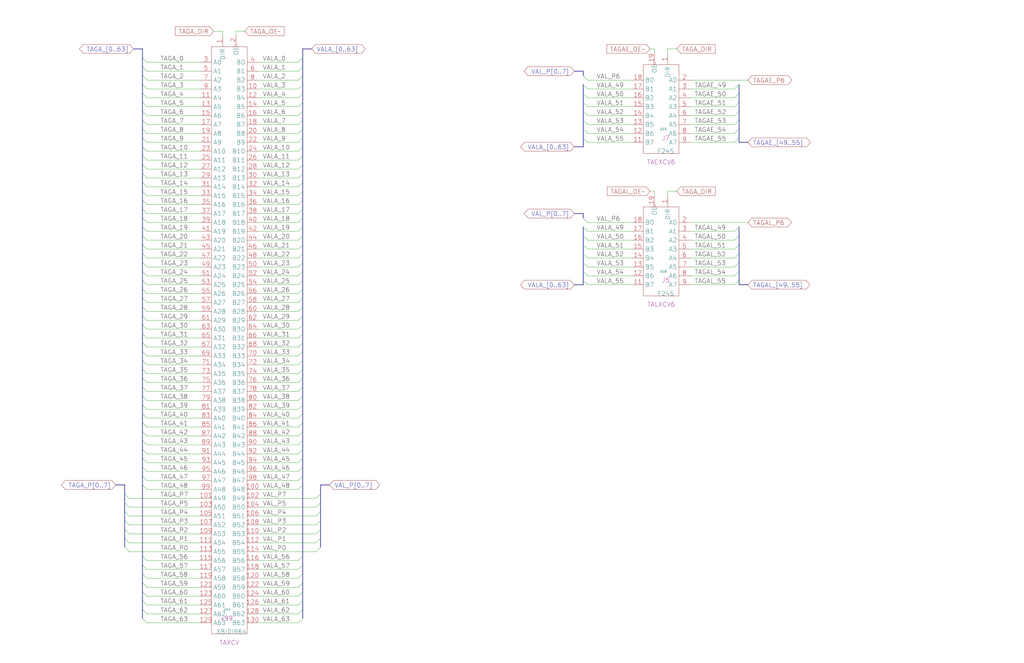
<source format=kicad_sch>
(kicad_sch (version 20230121) (generator eeschema)
  (paper "User" 584.2 378.46)
  (title_block (title "TAG A RAMS\\nTRANCEIVERS") (date "08-MAR-90") (rev "0.0") (comment 1 "MEM32 BOARD") (comment 2 "232-003066") (comment 3 "S400") (comment 4 "RELEASED"))
  (bus_entry (at 172.72 104.14) (size -2.54 2.54))
  (bus_entry (at 421.64 73.66) (size -2.54 2.54))
  (bus_entry (at 81.28 114.3) (size 2.54 2.54))
  (bus_entry (at 172.72 251.46) (size -2.54 2.54))
  (bus_entry (at 172.72 332.74) (size -2.54 2.54))
  (bus_entry (at 172.72 175.26) (size -2.54 2.54))
  (bus_entry (at 172.72 180.34) (size -2.54 2.54))
  (bus_entry (at 172.72 276.86) (size -2.54 2.54))
  (bus_entry (at 81.28 170.18) (size 2.54 2.54))
  (bus_entry (at 81.28 38.1) (size 2.54 2.54))
  (bus_entry (at 172.72 220.98) (size -2.54 2.54))
  (bus_entry (at 81.28 63.5) (size 2.54 2.54))
  (bus_entry (at 421.64 139.7) (size -2.54 2.54))
  (bus_entry (at 81.28 200.66) (size 2.54 2.54))
  (bus_entry (at 421.64 149.86) (size -2.54 2.54))
  (bus_entry (at 172.72 241.3) (size -2.54 2.54))
  (bus_entry (at 172.72 119.38) (size -2.54 2.54))
  (bus_entry (at 81.28 322.58) (size 2.54 2.54))
  (bus_entry (at 81.28 276.86) (size 2.54 2.54))
  (bus_entry (at 81.28 134.62) (size 2.54 2.54))
  (bus_entry (at 81.28 241.3) (size 2.54 2.54))
  (bus_entry (at 332.74 134.62) (size 2.54 2.54))
  (bus_entry (at 172.72 195.58) (size -2.54 2.54))
  (bus_entry (at 81.28 68.58) (size 2.54 2.54))
  (bus_entry (at 172.72 58.42) (size -2.54 2.54))
  (bus_entry (at 332.74 58.42) (size 2.54 2.54))
  (bus_entry (at 421.64 78.74) (size -2.54 2.54))
  (bus_entry (at 172.72 83.82) (size -2.54 2.54))
  (bus_entry (at 81.28 154.94) (size 2.54 2.54))
  (bus_entry (at 421.64 53.34) (size -2.54 2.54))
  (bus_entry (at 172.72 124.46) (size -2.54 2.54))
  (bus_entry (at 81.28 342.9) (size 2.54 2.54))
  (bus_entry (at 81.28 139.7) (size 2.54 2.54))
  (bus_entry (at 172.72 347.98) (size -2.54 2.54))
  (bus_entry (at 81.28 109.22) (size 2.54 2.54))
  (bus_entry (at 172.72 48.26) (size -2.54 2.54))
  (bus_entry (at 81.28 256.54) (size 2.54 2.54))
  (bus_entry (at 172.72 205.74) (size -2.54 2.54))
  (bus_entry (at 332.74 144.78) (size 2.54 2.54))
  (bus_entry (at 172.72 78.74) (size -2.54 2.54))
  (bus_entry (at 172.72 353.06) (size -2.54 2.54))
  (bus_entry (at 81.28 160.02) (size 2.54 2.54))
  (bus_entry (at 421.64 68.58) (size -2.54 2.54))
  (bus_entry (at 172.72 149.86) (size -2.54 2.54))
  (bus_entry (at 172.72 68.58) (size -2.54 2.54))
  (bus_entry (at 81.28 210.82) (size 2.54 2.54))
  (bus_entry (at 81.28 149.86) (size 2.54 2.54))
  (bus_entry (at 172.72 93.98) (size -2.54 2.54))
  (bus_entry (at 172.72 88.9) (size -2.54 2.54))
  (bus_entry (at 172.72 185.42) (size -2.54 2.54))
  (bus_entry (at 81.28 327.66) (size 2.54 2.54))
  (bus_entry (at 81.28 175.26) (size 2.54 2.54))
  (bus_entry (at 81.28 124.46) (size 2.54 2.54))
  (bus_entry (at 81.28 33.02) (size 2.54 2.54))
  (bus_entry (at 332.74 73.66) (size 2.54 2.54))
  (bus_entry (at 81.28 332.74) (size 2.54 2.54))
  (bus_entry (at 71.12 297.18) (size 2.54 2.54))
  (bus_entry (at 172.72 200.66) (size -2.54 2.54))
  (bus_entry (at 172.72 190.5) (size -2.54 2.54))
  (bus_entry (at 81.28 119.38) (size 2.54 2.54))
  (bus_entry (at 172.72 53.34) (size -2.54 2.54))
  (bus_entry (at 172.72 342.9) (size -2.54 2.54))
  (bus_entry (at 172.72 38.1) (size -2.54 2.54))
  (bus_entry (at 421.64 160.02) (size -2.54 2.54))
  (bus_entry (at 81.28 337.82) (size 2.54 2.54))
  (bus_entry (at 332.74 63.5) (size 2.54 2.54))
  (bus_entry (at 332.74 160.02) (size 2.54 2.54))
  (bus_entry (at 81.28 215.9) (size 2.54 2.54))
  (bus_entry (at 172.72 322.58) (size -2.54 2.54))
  (bus_entry (at 71.12 287.02) (size 2.54 2.54))
  (bus_entry (at 172.72 337.82) (size -2.54 2.54))
  (bus_entry (at 182.88 281.94) (size -2.54 2.54))
  (bus_entry (at 182.88 287.02) (size -2.54 2.54))
  (bus_entry (at 81.28 205.74) (size 2.54 2.54))
  (bus_entry (at 332.74 53.34) (size 2.54 2.54))
  (bus_entry (at 71.12 302.26) (size 2.54 2.54))
  (bus_entry (at 81.28 236.22) (size 2.54 2.54))
  (bus_entry (at 81.28 104.14) (size 2.54 2.54))
  (bus_entry (at 172.72 134.62) (size -2.54 2.54))
  (bus_entry (at 421.64 134.62) (size -2.54 2.54))
  (bus_entry (at 182.88 307.34) (size -2.54 2.54))
  (bus_entry (at 81.28 165.1) (size 2.54 2.54))
  (bus_entry (at 81.28 48.26) (size 2.54 2.54))
  (bus_entry (at 172.72 215.9) (size -2.54 2.54))
  (bus_entry (at 182.88 297.18) (size -2.54 2.54))
  (bus_entry (at 81.28 195.58) (size 2.54 2.54))
  (bus_entry (at 81.28 317.5) (size 2.54 2.54))
  (bus_entry (at 332.74 149.86) (size 2.54 2.54))
  (bus_entry (at 81.28 185.42) (size 2.54 2.54))
  (bus_entry (at 172.72 165.1) (size -2.54 2.54))
  (bus_entry (at 81.28 73.66) (size 2.54 2.54))
  (bus_entry (at 81.28 144.78) (size 2.54 2.54))
  (bus_entry (at 172.72 246.38) (size -2.54 2.54))
  (bus_entry (at 332.74 48.26) (size 2.54 2.54))
  (bus_entry (at 332.74 124.46) (size 2.54 2.54))
  (bus_entry (at 81.28 78.74) (size 2.54 2.54))
  (bus_entry (at 172.72 129.54) (size -2.54 2.54))
  (bus_entry (at 81.28 88.9) (size 2.54 2.54))
  (bus_entry (at 172.72 210.82) (size -2.54 2.54))
  (bus_entry (at 172.72 109.22) (size -2.54 2.54))
  (bus_entry (at 182.88 292.1) (size -2.54 2.54))
  (bus_entry (at 172.72 256.54) (size -2.54 2.54))
  (bus_entry (at 81.28 226.06) (size 2.54 2.54))
  (bus_entry (at 81.28 220.98) (size 2.54 2.54))
  (bus_entry (at 172.72 231.14) (size -2.54 2.54))
  (bus_entry (at 172.72 170.18) (size -2.54 2.54))
  (bus_entry (at 421.64 129.54) (size -2.54 2.54))
  (bus_entry (at 421.64 154.94) (size -2.54 2.54))
  (bus_entry (at 182.88 312.42) (size -2.54 2.54))
  (bus_entry (at 172.72 114.3) (size -2.54 2.54))
  (bus_entry (at 421.64 58.42) (size -2.54 2.54))
  (bus_entry (at 81.28 83.82) (size 2.54 2.54))
  (bus_entry (at 81.28 129.54) (size 2.54 2.54))
  (bus_entry (at 172.72 327.66) (size -2.54 2.54))
  (bus_entry (at 332.74 68.58) (size 2.54 2.54))
  (bus_entry (at 172.72 99.06) (size -2.54 2.54))
  (bus_entry (at 81.28 43.18) (size 2.54 2.54))
  (bus_entry (at 421.64 144.78) (size -2.54 2.54))
  (bus_entry (at 421.64 63.5) (size -2.54 2.54))
  (bus_entry (at 172.72 266.7) (size -2.54 2.54))
  (bus_entry (at 421.64 48.26) (size -2.54 2.54))
  (bus_entry (at 81.28 271.78) (size 2.54 2.54))
  (bus_entry (at 81.28 231.14) (size 2.54 2.54))
  (bus_entry (at 81.28 353.06) (size 2.54 2.54))
  (bus_entry (at 332.74 139.7) (size 2.54 2.54))
  (bus_entry (at 81.28 261.62) (size 2.54 2.54))
  (bus_entry (at 81.28 58.42) (size 2.54 2.54))
  (bus_entry (at 71.12 281.94) (size 2.54 2.54))
  (bus_entry (at 332.74 78.74) (size 2.54 2.54))
  (bus_entry (at 71.12 312.42) (size 2.54 2.54))
  (bus_entry (at 182.88 302.26) (size -2.54 2.54))
  (bus_entry (at 172.72 73.66) (size -2.54 2.54))
  (bus_entry (at 81.28 251.46) (size 2.54 2.54))
  (bus_entry (at 332.74 154.94) (size 2.54 2.54))
  (bus_entry (at 81.28 246.38) (size 2.54 2.54))
  (bus_entry (at 172.72 317.5) (size -2.54 2.54))
  (bus_entry (at 71.12 307.34) (size 2.54 2.54))
  (bus_entry (at 81.28 190.5) (size 2.54 2.54))
  (bus_entry (at 81.28 266.7) (size 2.54 2.54))
  (bus_entry (at 172.72 160.02) (size -2.54 2.54))
  (bus_entry (at 71.12 292.1) (size 2.54 2.54))
  (bus_entry (at 172.72 226.06) (size -2.54 2.54))
  (bus_entry (at 172.72 236.22) (size -2.54 2.54))
  (bus_entry (at 172.72 33.02) (size -2.54 2.54))
  (bus_entry (at 81.28 53.34) (size 2.54 2.54))
  (bus_entry (at 172.72 43.18) (size -2.54 2.54))
  (bus_entry (at 172.72 63.5) (size -2.54 2.54))
  (bus_entry (at 81.28 93.98) (size 2.54 2.54))
  (bus_entry (at 172.72 139.7) (size -2.54 2.54))
  (bus_entry (at 172.72 144.78) (size -2.54 2.54))
  (bus_entry (at 81.28 347.98) (size 2.54 2.54))
  (bus_entry (at 172.72 271.78) (size -2.54 2.54))
  (bus_entry (at 332.74 43.18) (size 2.54 2.54))
  (bus_entry (at 81.28 180.34) (size 2.54 2.54))
  (bus_entry (at 172.72 154.94) (size -2.54 2.54))
  (bus_entry (at 332.74 129.54) (size 2.54 2.54))
  (bus_entry (at 172.72 261.62) (size -2.54 2.54))
  (bus_entry (at 81.28 99.06) (size 2.54 2.54))
  (bus (pts (xy 172.72 73.66) (xy 172.72 78.74)))
  (bus (pts (xy 421.64 48.26) (xy 421.64 53.34)))
  (bus (pts (xy 421.64 78.74) (xy 421.64 81.28)))
  (wire (pts (xy 335.28 147.32) (xy 360.68 147.32)))
  (bus (pts (xy 182.88 307.34) (xy 182.88 302.26)))
  (wire (pts (xy 335.28 76.2) (xy 360.68 76.2)))
  (wire (pts (xy 381 109.22) (xy 386.08 109.22)))
  (bus (pts (xy 81.28 48.26) (xy 81.28 43.18)))
  (wire (pts (xy 147.32 45.72) (xy 170.18 45.72)))
  (bus (pts (xy 71.12 292.1) (xy 71.12 287.02)))
  (bus (pts (xy 172.72 210.82) (xy 172.72 215.9)))
  (bus (pts (xy 421.64 73.66) (xy 421.64 78.74)))
  (wire (pts (xy 393.7 45.72) (xy 426.72 45.72)))
  (wire (pts (xy 83.82 76.2) (xy 114.3 76.2)))
  (bus (pts (xy 81.28 104.14) (xy 81.28 99.06)))
  (bus (pts (xy 172.72 332.74) (xy 172.72 337.82)))
  (bus (pts (xy 172.72 88.9) (xy 172.72 93.98)))
  (bus (pts (xy 81.28 78.74) (xy 81.28 73.66)))
  (bus (pts (xy 81.28 43.18) (xy 81.28 38.1)))
  (wire (pts (xy 393.7 50.8) (xy 419.1 50.8)))
  (wire (pts (xy 147.32 127) (xy 170.18 127)))
  (wire (pts (xy 147.32 66.04) (xy 170.18 66.04)))
  (bus (pts (xy 172.72 104.14) (xy 172.72 109.22)))
  (wire (pts (xy 370.84 109.22) (xy 373.38 109.22)))
  (bus (pts (xy 172.72 27.94) (xy 177.8 27.94)))
  (bus (pts (xy 172.72 134.62) (xy 172.72 139.7)))
  (wire (pts (xy 335.28 55.88) (xy 360.68 55.88)))
  (wire (pts (xy 393.7 66.04) (xy 419.1 66.04)))
  (bus (pts (xy 81.28 149.86) (xy 81.28 144.78)))
  (bus (pts (xy 172.72 215.9) (xy 172.72 220.98)))
  (bus (pts (xy 81.28 124.46) (xy 81.28 119.38)))
  (wire (pts (xy 147.32 238.76) (xy 170.18 238.76)))
  (wire (pts (xy 147.32 55.88) (xy 170.18 55.88)))
  (bus (pts (xy 421.64 160.02) (xy 421.64 162.56)))
  (bus (pts (xy 172.72 175.26) (xy 172.72 180.34)))
  (wire (pts (xy 83.82 177.8) (xy 114.3 177.8)))
  (bus (pts (xy 81.28 114.3) (xy 81.28 109.22)))
  (bus (pts (xy 172.72 195.58) (xy 172.72 200.66)))
  (bus (pts (xy 81.28 205.74) (xy 81.28 200.66)))
  (wire (pts (xy 393.7 55.88) (xy 419.1 55.88)))
  (bus (pts (xy 81.28 165.1) (xy 81.28 160.02)))
  (bus (pts (xy 81.28 337.82) (xy 81.28 332.74)))
  (wire (pts (xy 83.82 147.32) (xy 114.3 147.32)))
  (bus (pts (xy 172.72 246.38) (xy 172.72 251.46)))
  (bus (pts (xy 81.28 271.78) (xy 81.28 266.7)))
  (bus (pts (xy 332.74 43.18) (xy 332.74 40.64)))
  (bus (pts (xy 172.72 38.1) (xy 172.72 43.18)))
  (wire (pts (xy 83.82 208.28) (xy 114.3 208.28)))
  (wire (pts (xy 147.32 248.92) (xy 170.18 248.92)))
  (bus (pts (xy 71.12 312.42) (xy 71.12 307.34)))
  (wire (pts (xy 147.32 76.2) (xy 170.18 76.2)))
  (bus (pts (xy 81.28 53.34) (xy 81.28 48.26)))
  (wire (pts (xy 147.32 111.76) (xy 170.18 111.76)))
  (wire (pts (xy 73.66 299.72) (xy 114.3 299.72)))
  (wire (pts (xy 147.32 264.16) (xy 170.18 264.16)))
  (bus (pts (xy 332.74 162.56) (xy 332.74 160.02)))
  (bus (pts (xy 81.28 236.22) (xy 81.28 231.14)))
  (wire (pts (xy 147.32 284.48) (xy 180.34 284.48)))
  (wire (pts (xy 335.28 50.8) (xy 360.68 50.8)))
  (bus (pts (xy 332.74 68.58) (xy 332.74 73.66)))
  (wire (pts (xy 147.32 81.28) (xy 170.18 81.28)))
  (bus (pts (xy 76.2 27.94) (xy 81.28 27.94)))
  (wire (pts (xy 147.32 330.2) (xy 170.18 330.2)))
  (wire (pts (xy 147.32 35.56) (xy 170.18 35.56)))
  (bus (pts (xy 81.28 226.06) (xy 81.28 220.98)))
  (wire (pts (xy 147.32 279.4) (xy 170.18 279.4)))
  (wire (pts (xy 83.82 340.36) (xy 114.3 340.36)))
  (wire (pts (xy 147.32 289.56) (xy 180.34 289.56)))
  (bus (pts (xy 81.28 119.38) (xy 81.28 114.3)))
  (bus (pts (xy 172.72 160.02) (xy 172.72 165.1)))
  (bus (pts (xy 172.72 170.18) (xy 172.72 175.26)))
  (wire (pts (xy 83.82 350.52) (xy 114.3 350.52)))
  (bus (pts (xy 81.28 353.06) (xy 81.28 347.98)))
  (wire (pts (xy 83.82 198.12) (xy 114.3 198.12)))
  (bus (pts (xy 81.28 210.82) (xy 81.28 205.74)))
  (bus (pts (xy 172.72 266.7) (xy 172.72 271.78)))
  (wire (pts (xy 147.32 274.32) (xy 170.18 274.32)))
  (bus (pts (xy 182.88 312.42) (xy 182.88 307.34)))
  (bus (pts (xy 81.28 332.74) (xy 81.28 327.66)))
  (wire (pts (xy 83.82 259.08) (xy 114.3 259.08)))
  (wire (pts (xy 373.38 27.94) (xy 373.38 30.48)))
  (wire (pts (xy 83.82 355.6) (xy 114.3 355.6)))
  (wire (pts (xy 147.32 198.12) (xy 170.18 198.12)))
  (wire (pts (xy 83.82 55.88) (xy 114.3 55.88)))
  (bus (pts (xy 71.12 281.94) (xy 71.12 276.86)))
  (wire (pts (xy 393.7 132.08) (xy 419.1 132.08)))
  (wire (pts (xy 147.32 40.64) (xy 170.18 40.64)))
  (bus (pts (xy 172.72 99.06) (xy 172.72 104.14)))
  (wire (pts (xy 147.32 254) (xy 170.18 254)))
  (bus (pts (xy 172.72 322.58) (xy 172.72 327.66)))
  (wire (pts (xy 73.66 304.8) (xy 114.3 304.8)))
  (wire (pts (xy 393.7 162.56) (xy 419.1 162.56)))
  (bus (pts (xy 81.28 261.62) (xy 81.28 256.54)))
  (wire (pts (xy 393.7 127) (xy 426.72 127)))
  (wire (pts (xy 83.82 187.96) (xy 114.3 187.96)))
  (wire (pts (xy 127 17.78) (xy 127 20.32)))
  (bus (pts (xy 172.72 109.22) (xy 172.72 114.3)))
  (wire (pts (xy 147.32 340.36) (xy 170.18 340.36)))
  (wire (pts (xy 83.82 325.12) (xy 114.3 325.12)))
  (wire (pts (xy 83.82 243.84) (xy 114.3 243.84)))
  (wire (pts (xy 147.32 233.68) (xy 170.18 233.68)))
  (bus (pts (xy 81.28 342.9) (xy 81.28 337.82)))
  (wire (pts (xy 147.32 304.8) (xy 180.34 304.8)))
  (bus (pts (xy 172.72 180.34) (xy 172.72 185.42)))
  (bus (pts (xy 421.64 134.62) (xy 421.64 139.7)))
  (wire (pts (xy 83.82 269.24) (xy 114.3 269.24)))
  (wire (pts (xy 147.32 96.52) (xy 170.18 96.52)))
  (wire (pts (xy 83.82 152.4) (xy 114.3 152.4)))
  (bus (pts (xy 182.88 281.94) (xy 182.88 276.86)))
  (bus (pts (xy 421.64 53.34) (xy 421.64 58.42)))
  (wire (pts (xy 83.82 121.92) (xy 114.3 121.92)))
  (wire (pts (xy 73.66 284.48) (xy 114.3 284.48)))
  (wire (pts (xy 147.32 208.28) (xy 170.18 208.28)))
  (bus (pts (xy 172.72 342.9) (xy 172.72 347.98)))
  (bus (pts (xy 421.64 149.86) (xy 421.64 154.94)))
  (bus (pts (xy 172.72 231.14) (xy 172.72 236.22)))
  (wire (pts (xy 147.32 121.92) (xy 170.18 121.92)))
  (wire (pts (xy 147.32 137.16) (xy 170.18 137.16)))
  (wire (pts (xy 83.82 81.28) (xy 114.3 81.28)))
  (wire (pts (xy 147.32 320.04) (xy 170.18 320.04)))
  (bus (pts (xy 172.72 347.98) (xy 172.72 353.06)))
  (wire (pts (xy 147.32 101.6) (xy 170.18 101.6)))
  (wire (pts (xy 335.28 137.16) (xy 360.68 137.16)))
  (bus (pts (xy 172.72 48.26) (xy 172.72 53.34)))
  (bus (pts (xy 172.72 63.5) (xy 172.72 68.58)))
  (wire (pts (xy 83.82 193.04) (xy 114.3 193.04)))
  (wire (pts (xy 83.82 228.6) (xy 114.3 228.6)))
  (wire (pts (xy 147.32 116.84) (xy 170.18 116.84)))
  (bus (pts (xy 172.72 276.86) (xy 172.72 317.5)))
  (bus (pts (xy 172.72 251.46) (xy 172.72 256.54)))
  (wire (pts (xy 83.82 274.32) (xy 114.3 274.32)))
  (bus (pts (xy 421.64 139.7) (xy 421.64 144.78)))
  (bus (pts (xy 172.72 337.82) (xy 172.72 342.9)))
  (bus (pts (xy 172.72 129.54) (xy 172.72 134.62)))
  (bus (pts (xy 332.74 78.74) (xy 332.74 83.82)))
  (bus (pts (xy 332.74 58.42) (xy 332.74 63.5)))
  (bus (pts (xy 81.28 63.5) (xy 81.28 58.42)))
  (bus (pts (xy 172.72 327.66) (xy 172.72 332.74)))
  (bus (pts (xy 172.72 165.1) (xy 172.72 170.18)))
  (bus (pts (xy 81.28 73.66) (xy 81.28 68.58)))
  (wire (pts (xy 147.32 86.36) (xy 170.18 86.36)))
  (bus (pts (xy 81.28 93.98) (xy 81.28 88.9)))
  (bus (pts (xy 81.28 175.26) (xy 81.28 170.18)))
  (wire (pts (xy 147.32 203.2) (xy 170.18 203.2)))
  (bus (pts (xy 172.72 261.62) (xy 172.72 266.7)))
  (wire (pts (xy 139.7 17.78) (xy 134.62 17.78)))
  (wire (pts (xy 335.28 45.72) (xy 360.68 45.72)))
  (bus (pts (xy 172.72 185.42) (xy 172.72 190.5)))
  (bus (pts (xy 81.28 170.18) (xy 81.28 165.1)))
  (bus (pts (xy 172.72 236.22) (xy 172.72 241.3)))
  (bus (pts (xy 172.72 139.7) (xy 172.72 144.78)))
  (bus (pts (xy 71.12 276.86) (xy 66.04 276.86)))
  (bus (pts (xy 81.28 109.22) (xy 81.28 104.14)))
  (bus (pts (xy 81.28 99.06) (xy 81.28 93.98)))
  (wire (pts (xy 147.32 167.64) (xy 170.18 167.64)))
  (bus (pts (xy 81.28 68.58) (xy 81.28 63.5)))
  (bus (pts (xy 172.72 154.94) (xy 172.72 160.02)))
  (bus (pts (xy 421.64 81.28) (xy 426.72 81.28)))
  (wire (pts (xy 83.82 157.48) (xy 114.3 157.48)))
  (wire (pts (xy 393.7 71.12) (xy 419.1 71.12)))
  (wire (pts (xy 147.32 187.96) (xy 170.18 187.96)))
  (bus (pts (xy 81.28 27.94) (xy 81.28 33.02)))
  (wire (pts (xy 147.32 299.72) (xy 180.34 299.72)))
  (wire (pts (xy 393.7 157.48) (xy 419.1 157.48)))
  (wire (pts (xy 121.92 17.78) (xy 127 17.78)))
  (wire (pts (xy 147.32 314.96) (xy 180.34 314.96)))
  (wire (pts (xy 83.82 96.52) (xy 114.3 96.52)))
  (wire (pts (xy 147.32 50.8) (xy 170.18 50.8)))
  (wire (pts (xy 83.82 91.44) (xy 114.3 91.44)))
  (wire (pts (xy 83.82 35.56) (xy 114.3 35.56)))
  (bus (pts (xy 81.28 134.62) (xy 81.28 129.54)))
  (wire (pts (xy 147.32 162.56) (xy 170.18 162.56)))
  (bus (pts (xy 172.72 241.3) (xy 172.72 246.38)))
  (wire (pts (xy 335.28 66.04) (xy 360.68 66.04)))
  (wire (pts (xy 147.32 259.08) (xy 170.18 259.08)))
  (wire (pts (xy 147.32 355.6) (xy 170.18 355.6)))
  (wire (pts (xy 147.32 60.96) (xy 170.18 60.96)))
  (bus (pts (xy 421.64 144.78) (xy 421.64 149.86)))
  (wire (pts (xy 147.32 193.04) (xy 170.18 193.04)))
  (wire (pts (xy 83.82 182.88) (xy 114.3 182.88)))
  (bus (pts (xy 182.88 292.1) (xy 182.88 287.02)))
  (wire (pts (xy 370.84 27.94) (xy 373.38 27.94)))
  (bus (pts (xy 172.72 119.38) (xy 172.72 124.46)))
  (wire (pts (xy 147.32 350.52) (xy 170.18 350.52)))
  (wire (pts (xy 83.82 66.04) (xy 114.3 66.04)))
  (bus (pts (xy 81.28 231.14) (xy 81.28 226.06)))
  (wire (pts (xy 83.82 264.16) (xy 114.3 264.16)))
  (wire (pts (xy 147.32 269.24) (xy 170.18 269.24)))
  (bus (pts (xy 421.64 162.56) (xy 426.72 162.56)))
  (wire (pts (xy 335.28 142.24) (xy 360.68 142.24)))
  (bus (pts (xy 172.72 93.98) (xy 172.72 99.06)))
  (wire (pts (xy 83.82 45.72) (xy 114.3 45.72)))
  (bus (pts (xy 172.72 200.66) (xy 172.72 205.74)))
  (bus (pts (xy 81.28 129.54) (xy 81.28 124.46)))
  (bus (pts (xy 421.64 63.5) (xy 421.64 68.58)))
  (wire (pts (xy 147.32 157.48) (xy 170.18 157.48)))
  (wire (pts (xy 83.82 233.68) (xy 114.3 233.68)))
  (bus (pts (xy 81.28 322.58) (xy 81.28 317.5)))
  (wire (pts (xy 147.32 213.36) (xy 170.18 213.36)))
  (bus (pts (xy 81.28 180.34) (xy 81.28 175.26)))
  (wire (pts (xy 83.82 238.76) (xy 114.3 238.76)))
  (wire (pts (xy 83.82 111.76) (xy 114.3 111.76)))
  (wire (pts (xy 83.82 203.2) (xy 114.3 203.2)))
  (bus (pts (xy 172.72 83.82) (xy 172.72 88.9)))
  (wire (pts (xy 335.28 81.28) (xy 360.68 81.28)))
  (bus (pts (xy 81.28 266.7) (xy 81.28 261.62)))
  (bus (pts (xy 71.12 287.02) (xy 71.12 281.94)))
  (bus (pts (xy 81.28 195.58) (xy 81.28 190.5)))
  (bus (pts (xy 332.74 144.78) (xy 332.74 149.86)))
  (bus (pts (xy 327.66 162.56) (xy 332.74 162.56)))
  (bus (pts (xy 421.64 129.54) (xy 421.64 134.62)))
  (wire (pts (xy 147.32 147.32) (xy 170.18 147.32)))
  (wire (pts (xy 335.28 162.56) (xy 360.68 162.56)))
  (bus (pts (xy 332.74 149.86) (xy 332.74 154.94)))
  (bus (pts (xy 327.66 83.82) (xy 332.74 83.82)))
  (bus (pts (xy 421.64 58.42) (xy 421.64 63.5)))
  (wire (pts (xy 83.82 127) (xy 114.3 127)))
  (bus (pts (xy 182.88 297.18) (xy 182.88 292.1)))
  (wire (pts (xy 73.66 294.64) (xy 114.3 294.64)))
  (wire (pts (xy 83.82 248.92) (xy 114.3 248.92)))
  (wire (pts (xy 83.82 345.44) (xy 114.3 345.44)))
  (bus (pts (xy 81.28 215.9) (xy 81.28 210.82)))
  (bus (pts (xy 81.28 160.02) (xy 81.28 154.94)))
  (wire (pts (xy 83.82 167.64) (xy 114.3 167.64)))
  (wire (pts (xy 335.28 60.96) (xy 360.68 60.96)))
  (wire (pts (xy 83.82 320.04) (xy 114.3 320.04)))
  (wire (pts (xy 381 27.94) (xy 386.08 27.94)))
  (wire (pts (xy 147.32 218.44) (xy 170.18 218.44)))
  (bus (pts (xy 81.28 317.5) (xy 81.28 276.86)))
  (wire (pts (xy 393.7 60.96) (xy 419.1 60.96)))
  (bus (pts (xy 81.28 256.54) (xy 81.28 251.46)))
  (bus (pts (xy 172.72 144.78) (xy 172.72 149.86)))
  (bus (pts (xy 81.28 327.66) (xy 81.28 322.58)))
  (bus (pts (xy 71.12 302.26) (xy 71.12 297.18)))
  (bus (pts (xy 81.28 246.38) (xy 81.28 241.3)))
  (bus (pts (xy 332.74 129.54) (xy 332.74 134.62)))
  (wire (pts (xy 335.28 132.08) (xy 360.68 132.08)))
  (bus (pts (xy 81.28 83.82) (xy 81.28 78.74)))
  (wire (pts (xy 147.32 71.12) (xy 170.18 71.12)))
  (bus (pts (xy 332.74 154.94) (xy 332.74 160.02)))
  (wire (pts (xy 147.32 106.68) (xy 170.18 106.68)))
  (bus (pts (xy 81.28 241.3) (xy 81.28 236.22)))
  (bus (pts (xy 332.74 73.66) (xy 332.74 78.74)))
  (wire (pts (xy 147.32 228.6) (xy 170.18 228.6)))
  (wire (pts (xy 147.32 325.12) (xy 170.18 325.12)))
  (wire (pts (xy 83.82 218.44) (xy 114.3 218.44)))
  (bus (pts (xy 71.12 307.34) (xy 71.12 302.26)))
  (bus (pts (xy 172.72 256.54) (xy 172.72 261.62)))
  (bus (pts (xy 182.88 276.86) (xy 187.96 276.86)))
  (wire (pts (xy 83.82 71.12) (xy 114.3 71.12)))
  (wire (pts (xy 83.82 40.64) (xy 114.3 40.64)))
  (wire (pts (xy 147.32 345.44) (xy 170.18 345.44)))
  (bus (pts (xy 182.88 302.26) (xy 182.88 297.18)))
  (wire (pts (xy 381 109.22) (xy 381 111.76)))
  (wire (pts (xy 83.82 330.2) (xy 114.3 330.2)))
  (bus (pts (xy 172.72 205.74) (xy 172.72 210.82)))
  (bus (pts (xy 81.28 276.86) (xy 81.28 271.78)))
  (bus (pts (xy 81.28 58.42) (xy 81.28 53.34)))
  (bus (pts (xy 172.72 78.74) (xy 172.72 83.82)))
  (wire (pts (xy 83.82 86.36) (xy 114.3 86.36)))
  (wire (pts (xy 83.82 106.68) (xy 114.3 106.68)))
  (wire (pts (xy 147.32 132.08) (xy 170.18 132.08)))
  (bus (pts (xy 172.72 124.46) (xy 172.72 129.54)))
  (bus (pts (xy 332.74 121.92) (xy 327.66 121.92)))
  (bus (pts (xy 332.74 134.62) (xy 332.74 139.7)))
  (wire (pts (xy 83.82 137.16) (xy 114.3 137.16)))
  (bus (pts (xy 172.72 271.78) (xy 172.72 276.86)))
  (bus (pts (xy 182.88 287.02) (xy 182.88 281.94)))
  (wire (pts (xy 73.66 289.56) (xy 114.3 289.56)))
  (wire (pts (xy 393.7 76.2) (xy 419.1 76.2)))
  (bus (pts (xy 172.72 317.5) (xy 172.72 322.58)))
  (wire (pts (xy 373.38 109.22) (xy 373.38 111.76)))
  (wire (pts (xy 381 27.94) (xy 381 30.48)))
  (bus (pts (xy 81.28 251.46) (xy 81.28 246.38)))
  (bus (pts (xy 172.72 114.3) (xy 172.72 119.38)))
  (wire (pts (xy 147.32 294.64) (xy 180.34 294.64)))
  (bus (pts (xy 332.74 139.7) (xy 332.74 144.78)))
  (wire (pts (xy 335.28 71.12) (xy 360.68 71.12)))
  (bus (pts (xy 172.72 149.86) (xy 172.72 154.94)))
  (bus (pts (xy 332.74 63.5) (xy 332.74 68.58)))
  (wire (pts (xy 83.82 223.52) (xy 114.3 223.52)))
  (wire (pts (xy 83.82 101.6) (xy 114.3 101.6)))
  (wire (pts (xy 393.7 81.28) (xy 419.1 81.28)))
  (bus (pts (xy 172.72 53.34) (xy 172.72 58.42)))
  (bus (pts (xy 81.28 144.78) (xy 81.28 139.7)))
  (bus (pts (xy 172.72 190.5) (xy 172.72 195.58)))
  (bus (pts (xy 81.28 139.7) (xy 81.28 134.62)))
  (bus (pts (xy 332.74 40.64) (xy 327.66 40.64)))
  (wire (pts (xy 83.82 162.56) (xy 114.3 162.56)))
  (bus (pts (xy 81.28 154.94) (xy 81.28 149.86)))
  (bus (pts (xy 172.72 58.42) (xy 172.72 63.5)))
  (wire (pts (xy 393.7 142.24) (xy 419.1 142.24)))
  (wire (pts (xy 147.32 309.88) (xy 180.34 309.88)))
  (wire (pts (xy 147.32 177.8) (xy 170.18 177.8)))
  (bus (pts (xy 332.74 48.26) (xy 332.74 53.34)))
  (bus (pts (xy 81.28 200.66) (xy 81.28 195.58)))
  (wire (pts (xy 83.82 50.8) (xy 114.3 50.8)))
  (bus (pts (xy 332.74 124.46) (xy 332.74 121.92)))
  (bus (pts (xy 421.64 68.58) (xy 421.64 73.66)))
  (bus (pts (xy 172.72 43.18) (xy 172.72 48.26)))
  (wire (pts (xy 83.82 116.84) (xy 114.3 116.84)))
  (wire (pts (xy 147.32 243.84) (xy 170.18 243.84)))
  (bus (pts (xy 172.72 220.98) (xy 172.72 226.06)))
  (wire (pts (xy 134.62 17.78) (xy 134.62 20.32)))
  (bus (pts (xy 81.28 220.98) (xy 81.28 215.9)))
  (wire (pts (xy 83.82 60.96) (xy 114.3 60.96)))
  (wire (pts (xy 83.82 254) (xy 114.3 254)))
  (wire (pts (xy 83.82 142.24) (xy 114.3 142.24)))
  (wire (pts (xy 147.32 182.88) (xy 170.18 182.88)))
  (wire (pts (xy 335.28 152.4) (xy 360.68 152.4)))
  (wire (pts (xy 335.28 127) (xy 360.68 127)))
  (bus (pts (xy 81.28 185.42) (xy 81.28 180.34)))
  (bus (pts (xy 81.28 88.9) (xy 81.28 83.82)))
  (wire (pts (xy 83.82 213.36) (xy 114.3 213.36)))
  (wire (pts (xy 83.82 172.72) (xy 114.3 172.72)))
  (wire (pts (xy 147.32 152.4) (xy 170.18 152.4)))
  (wire (pts (xy 393.7 147.32) (xy 419.1 147.32)))
  (bus (pts (xy 332.74 53.34) (xy 332.74 58.42)))
  (wire (pts (xy 147.32 335.28) (xy 170.18 335.28)))
  (bus (pts (xy 172.72 33.02) (xy 172.72 38.1)))
  (wire (pts (xy 83.82 335.28) (xy 114.3 335.28)))
  (wire (pts (xy 73.66 309.88) (xy 114.3 309.88)))
  (wire (pts (xy 147.32 142.24) (xy 170.18 142.24)))
  (wire (pts (xy 83.82 279.4) (xy 114.3 279.4)))
  (wire (pts (xy 393.7 137.16) (xy 419.1 137.16)))
  (bus (pts (xy 172.72 226.06) (xy 172.72 231.14)))
  (bus (pts (xy 172.72 27.94) (xy 172.72 33.02)))
  (wire (pts (xy 147.32 91.44) (xy 170.18 91.44)))
  (wire (pts (xy 73.66 314.96) (xy 114.3 314.96)))
  (wire (pts (xy 335.28 157.48) (xy 360.68 157.48)))
  (bus (pts (xy 421.64 154.94) (xy 421.64 160.02)))
  (wire (pts (xy 147.32 223.52) (xy 170.18 223.52)))
  (wire (pts (xy 83.82 132.08) (xy 114.3 132.08)))
  (bus (pts (xy 81.28 190.5) (xy 81.28 185.42)))
  (wire (pts (xy 147.32 172.72) (xy 170.18 172.72)))
  (bus (pts (xy 81.28 347.98) (xy 81.28 342.9)))
  (bus (pts (xy 81.28 38.1) (xy 81.28 33.02)))
  (wire (pts (xy 393.7 152.4) (xy 419.1 152.4)))
  (bus (pts (xy 71.12 297.18) (xy 71.12 292.1)))
  (bus (pts (xy 172.72 68.58) (xy 172.72 73.66)))
  (label "VALA_47" (at 149.86 274.32 0) (effects (font (size 2.54 2.54))))
  (label "VAL_P0" (at 149.86 314.96 0) (effects (font (size 2.54 2.54))))
  (label "TAGA_20" (at 91.44 137.16 0) (effects (font (size 2.54 2.54))))
  (label "VALA_23" (at 149.86 152.4 0) (effects (font (size 2.54 2.54))))
  (label "VAL_P5" (at 149.86 289.56 0) (effects (font (size 2.54 2.54))))
  (label "VAL_P1" (at 149.86 309.88 0) (effects (font (size 2.54 2.54))))
  (label "VALA_59" (at 149.86 335.28 0) (effects (font (size 2.54 2.54))))
  (label "TAGAL_50" (at 396.24 137.16 0) (effects (font (size 2.54 2.54))))
  (label "VALA_13" (at 149.86 101.6 0) (effects (font (size 2.54 2.54))))
  (label "TAGA_59" (at 91.44 335.28 0) (effects (font (size 2.54 2.54))))
  (label "TAGA_5" (at 91.44 60.96 0) (effects (font (size 2.54 2.54))))
  (label "TAGA_6" (at 91.44 66.04 0) (effects (font (size 2.54 2.54))))
  (label "TAGA_57" (at 91.44 325.12 0) (effects (font (size 2.54 2.54))))
  (label "TAGA_13" (at 91.44 101.6 0) (effects (font (size 2.54 2.54))))
  (label "VALA_32" (at 149.86 198.12 0) (effects (font (size 2.54 2.54))))
  (label "VAL_P2" (at 149.86 304.8 0) (effects (font (size 2.54 2.54))))
  (label "VALA_33" (at 149.86 203.2 0) (effects (font (size 2.54 2.54))))
  (label "VALA_51" (at 340.36 60.96 0) (effects (font (size 2.54 2.54))))
  (label "VALA_49" (at 340.36 132.08 0) (effects (font (size 2.54 2.54))))
  (label "VALA_40" (at 149.86 238.76 0) (effects (font (size 2.54 2.54))))
  (label "VALA_19" (at 149.86 132.08 0) (effects (font (size 2.54 2.54))))
  (label "VALA_51" (at 340.36 142.24 0) (effects (font (size 2.54 2.54))))
  (label "TAGAL_51" (at 396.24 142.24 0) (effects (font (size 2.54 2.54))))
  (label "VALA_18" (at 149.86 127 0) (effects (font (size 2.54 2.54))))
  (label "VALA_17" (at 149.86 121.92 0) (effects (font (size 2.54 2.54))))
  (label "TAGA_46" (at 91.44 269.24 0) (effects (font (size 2.54 2.54))))
  (label "TAGA_28" (at 91.44 177.8 0) (effects (font (size 2.54 2.54))))
  (label "VALA_2" (at 149.86 45.72 0) (effects (font (size 2.54 2.54))))
  (label "VALA_43" (at 149.86 254 0) (effects (font (size 2.54 2.54))))
  (label "TAGA_41" (at 91.44 243.84 0) (effects (font (size 2.54 2.54))))
  (label "TAGA_11" (at 91.44 91.44 0) (effects (font (size 2.54 2.54))))
  (label "VALA_50" (at 340.36 55.88 0) (effects (font (size 2.54 2.54))))
  (label "VALA_53" (at 340.36 71.12 0) (effects (font (size 2.54 2.54))))
  (label "VALA_25" (at 149.86 162.56 0) (effects (font (size 2.54 2.54))))
  (label "VALA_54" (at 340.36 157.48 0) (effects (font (size 2.54 2.54))))
  (label "TAGAL_55" (at 396.24 162.56 0) (effects (font (size 2.54 2.54))))
  (label "TAGA_45" (at 91.44 264.16 0) (effects (font (size 2.54 2.54))))
  (label "TAGA_37" (at 91.44 223.52 0) (effects (font (size 2.54 2.54))))
  (label "TAGA_23" (at 91.44 152.4 0) (effects (font (size 2.54 2.54))))
  (label "VALA_45" (at 149.86 264.16 0) (effects (font (size 2.54 2.54))))
  (label "VALA_63" (at 149.86 355.6 0) (effects (font (size 2.54 2.54))))
  (label "TAGA_P4" (at 91.44 294.64 0) (effects (font (size 2.54 2.54))))
  (label "VALA_52" (at 340.36 66.04 0) (effects (font (size 2.54 2.54))))
  (label "TAGA_33" (at 91.44 203.2 0) (effects (font (size 2.54 2.54))))
  (label "VALA_20" (at 149.86 137.16 0) (effects (font (size 2.54 2.54))))
  (label "TAGA_P3" (at 91.44 299.72 0) (effects (font (size 2.54 2.54))))
  (label "TAGA_4" (at 91.44 55.88 0) (effects (font (size 2.54 2.54))))
  (label "VALA_55" (at 340.36 81.28 0) (effects (font (size 2.54 2.54))))
  (label "TAGA_18" (at 91.44 127 0) (effects (font (size 2.54 2.54))))
  (label "TAGA_22" (at 91.44 147.32 0) (effects (font (size 2.54 2.54))))
  (label "TAGAE_50" (at 396.24 55.88 0) (effects (font (size 2.54 2.54))))
  (label "TAGA_16" (at 91.44 116.84 0) (effects (font (size 2.54 2.54))))
  (label "TAGAL_49" (at 396.24 132.08 0) (effects (font (size 2.54 2.54))))
  (label "VALA_44" (at 149.86 259.08 0) (effects (font (size 2.54 2.54))))
  (label "TAGAE_49" (at 396.24 50.8 0) (effects (font (size 2.54 2.54))))
  (label "VALA_37" (at 149.86 223.52 0) (effects (font (size 2.54 2.54))))
  (label "TAGA_40" (at 91.44 238.76 0) (effects (font (size 2.54 2.54))))
  (label "TAGA_58" (at 91.44 330.2 0) (effects (font (size 2.54 2.54))))
  (label "TAGA_34" (at 91.44 208.28 0) (effects (font (size 2.54 2.54))))
  (label "VALA_36" (at 149.86 218.44 0) (effects (font (size 2.54 2.54))))
  (label "TAGAE_52" (at 396.24 66.04 0) (effects (font (size 2.54 2.54))))
  (label "TAGA_31" (at 91.44 193.04 0) (effects (font (size 2.54 2.54))))
  (label "VALA_24" (at 149.86 157.48 0) (effects (font (size 2.54 2.54))))
  (label "TAGA_30" (at 91.44 187.96 0) (effects (font (size 2.54 2.54))))
  (label "VALA_28" (at 149.86 177.8 0) (effects (font (size 2.54 2.54))))
  (label "TAGA_P0" (at 91.44 314.96 0) (effects (font (size 2.54 2.54))))
  (label "VALA_11" (at 149.86 91.44 0) (effects (font (size 2.54 2.54))))
  (label "TAGA_24" (at 91.44 157.48 0) (effects (font (size 2.54 2.54))))
  (label "TAGA_14" (at 91.44 106.68 0) (effects (font (size 2.54 2.54))))
  (label "VAL_P7" (at 149.86 284.48 0) (effects (font (size 2.54 2.54))))
  (label "TAGA_61" (at 91.44 345.44 0) (effects (font (size 2.54 2.54))))
  (label "VALA_46" (at 149.86 269.24 0) (effects (font (size 2.54 2.54))))
  (label "TAGA_12" (at 91.44 96.52 0) (effects (font (size 2.54 2.54))))
  (label "TAGA_P1" (at 91.44 309.88 0) (effects (font (size 2.54 2.54))))
  (label "TAGA_P2" (at 91.44 304.8 0) (effects (font (size 2.54 2.54))))
  (label "TAGAE_54" (at 396.24 76.2 0) (effects (font (size 2.54 2.54))))
  (label "VALA_16" (at 149.86 116.84 0) (effects (font (size 2.54 2.54))))
  (label "TAGA_25" (at 91.44 162.56 0) (effects (font (size 2.54 2.54))))
  (label "TAGA_10" (at 91.44 86.36 0) (effects (font (size 2.54 2.54))))
  (label "VAL_P3" (at 149.86 299.72 0) (effects (font (size 2.54 2.54))))
  (label "VALA_6" (at 149.86 66.04 0) (effects (font (size 2.54 2.54))))
  (label "TAGA_19" (at 91.44 132.08 0) (effects (font (size 2.54 2.54))))
  (label "TAGA_29" (at 91.44 182.88 0) (effects (font (size 2.54 2.54))))
  (label "VALA_29" (at 149.86 182.88 0) (effects (font (size 2.54 2.54))))
  (label "VALA_3" (at 149.86 50.8 0) (effects (font (size 2.54 2.54))))
  (label "VALA_4" (at 149.86 55.88 0) (effects (font (size 2.54 2.54))))
  (label "VALA_34" (at 149.86 208.28 0) (effects (font (size 2.54 2.54))))
  (label "VALA_31" (at 149.86 193.04 0) (effects (font (size 2.54 2.54))))
  (label "VALA_48" (at 149.86 279.4 0) (effects (font (size 2.54 2.54))))
  (label "TAGA_44" (at 91.44 259.08 0) (effects (font (size 2.54 2.54))))
  (label "TAGA_62" (at 91.44 350.52 0) (effects (font (size 2.54 2.54))))
  (label "VALA_10" (at 149.86 86.36 0) (effects (font (size 2.54 2.54))))
  (label "TAGA_9" (at 91.44 81.28 0) (effects (font (size 2.54 2.54))))
  (label "VALA_61" (at 149.86 345.44 0) (effects (font (size 2.54 2.54))))
  (label "VALA_0" (at 149.86 35.56 0) (effects (font (size 2.54 2.54))))
  (label "VALA_49" (at 340.36 50.8 0) (effects (font (size 2.54 2.54))))
  (label "VALA_22" (at 149.86 147.32 0) (effects (font (size 2.54 2.54))))
  (label "TAGA_43" (at 91.44 254 0) (effects (font (size 2.54 2.54))))
  (label "VAL_P4" (at 149.86 294.64 0) (effects (font (size 2.54 2.54))))
  (label "VALA_38" (at 149.86 228.6 0) (effects (font (size 2.54 2.54))))
  (label "VALA_1" (at 149.86 40.64 0) (effects (font (size 2.54 2.54))))
  (label "VAL_P6" (at 340.36 127 0) (effects (font (size 2.54 2.54))))
  (label "TAGAL_52" (at 396.24 147.32 0) (effects (font (size 2.54 2.54))))
  (label "VALA_60" (at 149.86 340.36 0) (effects (font (size 2.54 2.54))))
  (label "VALA_14" (at 149.86 106.68 0) (effects (font (size 2.54 2.54))))
  (label "VALA_39" (at 149.86 233.68 0) (effects (font (size 2.54 2.54))))
  (label "TAGA_26" (at 91.44 167.64 0) (effects (font (size 2.54 2.54))))
  (label "TAGA_17" (at 91.44 121.92 0) (effects (font (size 2.54 2.54))))
  (label "TAGA_47" (at 91.44 274.32 0) (effects (font (size 2.54 2.54))))
  (label "TAGA_63" (at 91.44 355.6 0) (effects (font (size 2.54 2.54))))
  (label "TAGA_8" (at 91.44 76.2 0) (effects (font (size 2.54 2.54))))
  (label "TAGA_1" (at 91.44 40.64 0) (effects (font (size 2.54 2.54))))
  (label "TAGA_35" (at 91.44 213.36 0) (effects (font (size 2.54 2.54))))
  (label "VALA_7" (at 149.86 71.12 0) (effects (font (size 2.54 2.54))))
  (label "VALA_50" (at 340.36 137.16 0) (effects (font (size 2.54 2.54))))
  (label "VALA_53" (at 340.36 152.4 0) (effects (font (size 2.54 2.54))))
  (label "VALA_21" (at 149.86 142.24 0) (effects (font (size 2.54 2.54))))
  (label "VALA_5" (at 149.86 60.96 0) (effects (font (size 2.54 2.54))))
  (label "VALA_54" (at 340.36 76.2 0) (effects (font (size 2.54 2.54))))
  (label "VAL_P6" (at 340.36 45.72 0) (effects (font (size 2.54 2.54))))
  (label "VALA_57" (at 149.86 325.12 0) (effects (font (size 2.54 2.54))))
  (label "TAGAE_55" (at 396.24 81.28 0) (effects (font (size 2.54 2.54))))
  (label "TAGAE_53" (at 396.24 71.12 0) (effects (font (size 2.54 2.54))))
  (label "VALA_35" (at 149.86 213.36 0) (effects (font (size 2.54 2.54))))
  (label "TAGA_32" (at 91.44 198.12 0) (effects (font (size 2.54 2.54))))
  (label "VALA_56" (at 149.86 320.04 0) (effects (font (size 2.54 2.54))))
  (label "TAGA_27" (at 91.44 172.72 0) (effects (font (size 2.54 2.54))))
  (label "VALA_62" (at 149.86 350.52 0) (effects (font (size 2.54 2.54))))
  (label "TAGA_2" (at 91.44 45.72 0) (effects (font (size 2.54 2.54))))
  (label "VALA_58" (at 149.86 330.2 0) (effects (font (size 2.54 2.54))))
  (label "VALA_8" (at 149.86 76.2 0) (effects (font (size 2.54 2.54))))
  (label "TAGAL_54" (at 396.24 157.48 0) (effects (font (size 2.54 2.54))))
  (label "VALA_41" (at 149.86 243.84 0) (effects (font (size 2.54 2.54))))
  (label "VALA_15" (at 149.86 111.76 0) (effects (font (size 2.54 2.54))))
  (label "VALA_26" (at 149.86 167.64 0) (effects (font (size 2.54 2.54))))
  (label "TAGA_7" (at 91.44 71.12 0) (effects (font (size 2.54 2.54))))
  (label "TAGA_15" (at 91.44 111.76 0) (effects (font (size 2.54 2.54))))
  (label "TAGA_36" (at 91.44 218.44 0) (effects (font (size 2.54 2.54))))
  (label "TAGA_42" (at 91.44 248.92 0) (effects (font (size 2.54 2.54))))
  (label "TAGAL_53" (at 396.24 152.4 0) (effects (font (size 2.54 2.54))))
  (label "TAGA_3" (at 91.44 50.8 0) (effects (font (size 2.54 2.54))))
  (label "TAGAE_51" (at 396.24 60.96 0) (effects (font (size 2.54 2.54))))
  (label "TAGA_P7" (at 91.44 284.48 0) (effects (font (size 2.54 2.54))))
  (label "TAGA_56" (at 91.44 320.04 0) (effects (font (size 2.54 2.54))))
  (label "VALA_12" (at 149.86 96.52 0) (effects (font (size 2.54 2.54))))
  (label "TAGA_P5" (at 91.44 289.56 0) (effects (font (size 2.54 2.54))))
  (label "VALA_9" (at 149.86 81.28 0) (effects (font (size 2.54 2.54))))
  (label "VALA_30" (at 149.86 187.96 0) (effects (font (size 2.54 2.54))))
  (label "VALA_55" (at 340.36 162.56 0) (effects (font (size 2.54 2.54))))
  (label "TAGA_21" (at 91.44 142.24 0) (effects (font (size 2.54 2.54))))
  (label "TAGA_39" (at 91.44 233.68 0) (effects (font (size 2.54 2.54))))
  (label "TAGA_60" (at 91.44 340.36 0) (effects (font (size 2.54 2.54))))
  (label "TAGA_48" (at 91.44 279.4 0) (effects (font (size 2.54 2.54))))
  (label "TAGA_0" (at 91.44 35.56 0) (effects (font (size 2.54 2.54))))
  (label "VALA_52" (at 340.36 147.32 0) (effects (font (size 2.54 2.54))))
  (label "VALA_27" (at 149.86 172.72 0) (effects (font (size 2.54 2.54))))
  (label "TAGA_38" (at 91.44 228.6 0) (effects (font (size 2.54 2.54))))
  (label "VALA_42" (at 149.86 248.92 0) (effects (font (size 2.54 2.54))))
  (global_label "TAGA_DIR" (shape input) (at 386.08 109.22 0) (effects (font (size 2.54 2.54))) (property "Intersheetrefs" "${INTERSHEET_REFS}" (at 407.9603 109.0613 0) (effects (font (size 1.905 1.905)) (justify left))))
  (global_label "TAGA_DIR" (shape input) (at 121.92 17.78 180) (effects (font (size 2.54 2.54))) (property "Intersheetrefs" "${INTERSHEET_REFS}" (at 100.0397 17.6213 0) (effects (font (size 1.905 1.905)) (justify right))))
  (global_label "TAGA_P[0..7]" (shape bidirectional) (at 66.04 276.86 180) (effects (font (size 2.54 2.54))) (property "Intersheetrefs" "${INTERSHEET_REFS}" (at 37.2654 276.7013 0) (effects (font (size 1.905 1.905)) (justify right))))
  (global_label "TAGA_[0..63]" (shape bidirectional) (at 76.2 27.94 180) (effects (font (size 2.54 2.54))) (property "Intersheetrefs" "${INTERSHEET_REFS}" (at 47.5464 27.7813 0) (effects (font (size 1.905 1.905)) (justify right))))
  (global_label "VAL_P[0..7]" (shape bidirectional) (at 327.66 121.92 180) (effects (font (size 2.54 2.54))) (property "Intersheetrefs" "${INTERSHEET_REFS}" (at 301.3045 121.7613 0) (effects (font (size 1.905 1.905)) (justify right))))
  (global_label "TAGAL_OE~" (shape input) (at 370.84 109.22 180) (effects (font (size 2.54 2.54))) (property "Intersheetrefs" "${INTERSHEET_REFS}" (at 346.4197 109.0613 0) (effects (font (size 1.905 1.905)) (justify right))))
  (global_label "TAGAE_OE~" (shape input) (at 370.84 27.94 180) (effects (font (size 2.54 2.54))) (property "Intersheetrefs" "${INTERSHEET_REFS}" (at 346.1778 27.7813 0) (effects (font (size 1.905 1.905)) (justify right))))
  (global_label "VALA_[0..63]" (shape bidirectional) (at 177.8 27.94 0) (effects (font (size 2.54 2.54))) (property "Intersheetrefs" "${INTERSHEET_REFS}" (at 209.3426 27.94 0) (effects (font (size 1.905 1.905)) (justify left))))
  (global_label "VALA_[0..63]" (shape bidirectional) (at 327.66 162.56 180) (effects (font (size 2.54 2.54))) (property "Intersheetrefs" "${INTERSHEET_REFS}" (at 296.1174 162.56 0) (effects (font (size 1.905 1.905)) (justify right))))
  (global_label "TAGAE_[49..55]" (shape bidirectional) (at 426.72 81.28 0) (effects (font (size 2.54 2.54))) (property "Intersheetrefs" "${INTERSHEET_REFS}" (at 460.0908 81.1213 0) (effects (font (size 1.905 1.905)) (justify left))))
  (global_label "VAL_P[0..7]" (shape bidirectional) (at 187.96 276.86 0) (effects (font (size 2.54 2.54))) (property "Intersheetrefs" "${INTERSHEET_REFS}" (at 214.3155 276.7013 0) (effects (font (size 1.905 1.905)) (justify left))))
  (global_label "TAGA_DIR" (shape input) (at 386.08 27.94 0) (effects (font (size 2.54 2.54))) (property "Intersheetrefs" "${INTERSHEET_REFS}" (at 407.9603 27.7813 0) (effects (font (size 1.905 1.905)) (justify left))))
  (global_label "VAL_P[0..7]" (shape bidirectional) (at 327.66 40.64 180) (effects (font (size 2.54 2.54))) (property "Intersheetrefs" "${INTERSHEET_REFS}" (at 301.3045 40.4813 0) (effects (font (size 1.905 1.905)) (justify right))))
  (global_label "TAGAL_P6" (shape bidirectional) (at 426.72 127 0) (effects (font (size 2.54 2.54))) (property "Intersheetrefs" "${INTERSHEET_REFS}" (at 449.326 126.8413 0) (effects (font (size 1.905 1.905)) (justify left))))
  (global_label "TAGAE_P6" (shape bidirectional) (at 426.72 45.72 0) (effects (font (size 2.54 2.54))) (property "Intersheetrefs" "${INTERSHEET_REFS}" (at 449.5679 45.5613 0) (effects (font (size 1.905 1.905)) (justify left))))
  (global_label "VALA_[0..63]" (shape bidirectional) (at 327.66 83.82 180) (effects (font (size 2.54 2.54))) (property "Intersheetrefs" "${INTERSHEET_REFS}" (at 296.1174 83.82 0) (effects (font (size 1.905 1.905)) (justify right))))
  (global_label "TAGAL_[49..55]" (shape bidirectional) (at 426.72 162.56 0) (effects (font (size 2.54 2.54))) (property "Intersheetrefs" "${INTERSHEET_REFS}" (at 459.8489 162.4013 0) (effects (font (size 1.905 1.905)) (justify left))))
  (global_label "TAGA_OE~" (shape input) (at 139.7 17.78 0) (effects (font (size 2.54 2.54))) (property "Intersheetrefs" "${INTERSHEET_REFS}" (at 162.0641 17.6213 0) (effects (font (size 1.905 1.905)) (justify left))))
  (symbol (lib_id "r1000:XBIDIR64") (at 127 353.06 0) (unit 1)
    (property "Reference" "U14" (at 129.54 347.98 0))
    (property "Value" "XBIDIR64" (at 123.19 360.68 0) (effects (font (size 2.54 2.54)) (justify left)))
    (property "Location" "x99" (at 125.73 353.06 0) (effects (font (size 2.54 2.54)) (justify left)))
    (property "Name" "TAXCV" (at 130.81 368.3 0) (effects (font (size 2.54 2.54)) (justify bottom)))
  )
  (symbol (lib_id "r1000:F245") (at 381 78.74 0) (mirror y) (unit 1)
    (property "Reference" "U15" (at 378.46 73.66 0))
    (property "Value" "F245" (at 384.81 86.36 0) (effects (font (size 2.54 2.54)) (justify left)))
    (property "Location" "J7" (at 382.27 78.74 0) (effects (font (size 2.54 2.54)) (justify left)))
    (property "Name" "TAEXCV6" (at 377.19 93.98 0) (effects (font (size 2.54 2.54)) (justify bottom)))
  )
  (symbol (lib_id "r1000:F245") (at 381 160.02 0) (mirror y) (unit 1)
    (property "Reference" "U16" (at 378.46 154.94 0))
    (property "Value" "F245" (at 384.81 167.64 0) (effects (font (size 2.54 2.54)) (justify left)))
    (property "Location" "J5" (at 382.27 160.02 0) (effects (font (size 2.54 2.54)) (justify left)))
    (property "Name" "TALXCV6" (at 377.19 175.26 0) (effects (font (size 2.54 2.54)) (justify bottom)))
  )
)
</source>
